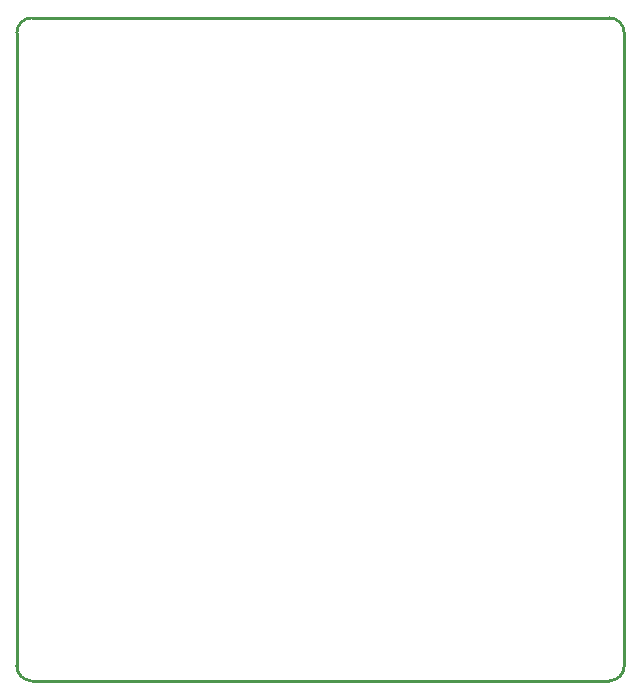
<source format=gm1>
G04*
G04 #@! TF.GenerationSoftware,Altium Limited,Altium Designer,19.0.10 (269)*
G04*
G04 Layer_Color=16711935*
%FSLAX25Y25*%
%MOIN*%
G70*
G01*
G75*
%ADD10C,0.01000*%
D10*
X500000Y497500D02*
G03*
X495000Y492500I0J-5000D01*
G01*
Y281500D02*
G03*
X500000Y276500I5000J0D01*
G01*
X692500D02*
G03*
X697500Y281500I0J5000D01*
G01*
Y492500D02*
G03*
X692500Y497500I-5000J0D01*
G01*
X500000D02*
X502000D01*
X495000Y281500D02*
Y492500D01*
X500000Y276500D02*
X692500D01*
X697500Y281500D02*
Y492500D01*
X502000Y497500D02*
X692500D01*
M02*

</source>
